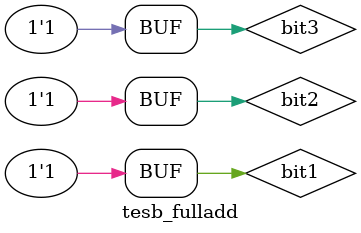
<source format=v>
`include "fulladde.v"


module tesb_fulladd;
    reg bit1=0;
    reg bit2=1;
    reg bit3=2;
    wire sw,cw;
    
    fulladde full_test_b(
        .a(bit1),
        .b(bit2),
        .cin(bit3),
        .sum1(sw),
        .carry1(cw)
    );
    
    initial
        begin
            bit1=1'b0;
            bit2=1'b0;
            bit3=1'b0;
            #30;
            bit1=1'b0;
            bit2=1'b0;
            bit3=1'b1;
            #30;
            bit1=1'b0;
            bit2=1'b1;
            bit3=1'b0;
            #30;
            bit1=1'b0;
            bit2=1'b1;
            bit3=1'b1;
            #10;
            bit1=1'b1;
            bit2=1'b0;
            bit3=1'b0;
            #10;
            bit1=1'b1;
            bit2=1'b0;
            bit3=1'b1;
            #10;
            bit1=1'b1;
            bit2=1'b1;
            bit3=1'b0;
            #10;
            bit1=1'b1;
            bit2=1'b1;
            bit3=1'b1;
            #10;
            
        end    
endmodule

</source>
